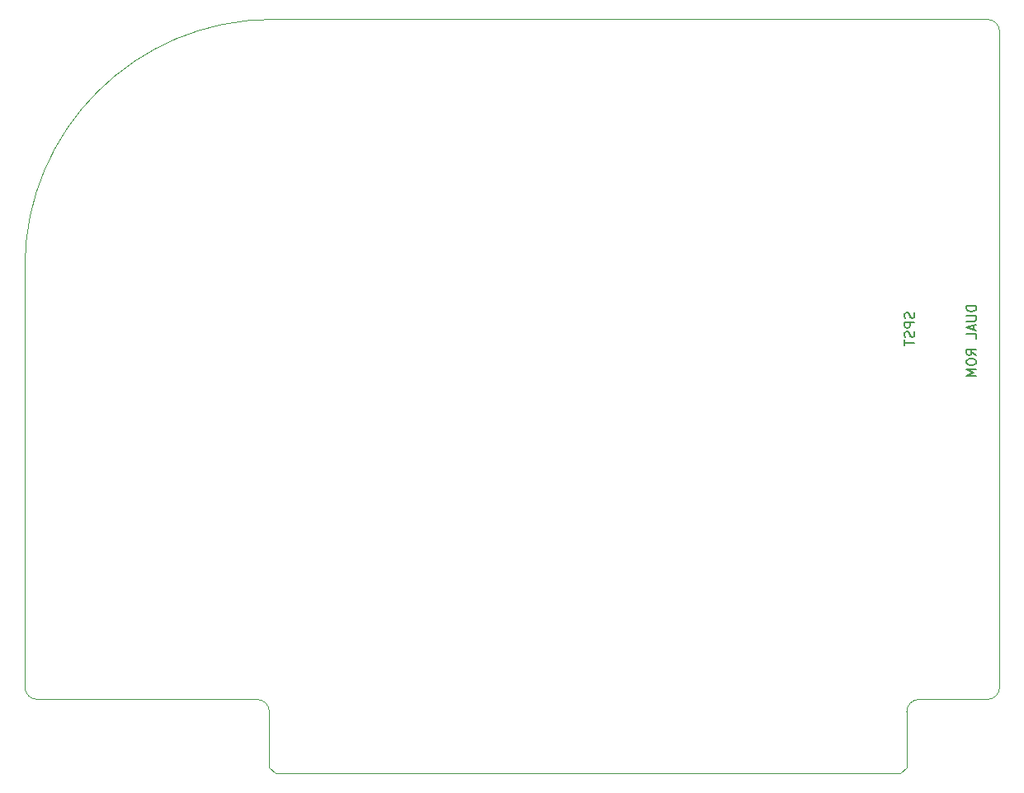
<source format=gbr>
G04 #@! TF.GenerationSoftware,KiCad,Pcbnew,7.0.2-0*
G04 #@! TF.CreationDate,2023-09-02T14:44:00-07:00*
G04 #@! TF.ProjectId,LanguageCard,4c616e67-7561-4676-9543-6172642e6b69,2*
G04 #@! TF.SameCoordinates,Original*
G04 #@! TF.FileFunction,AssemblyDrawing,Bot*
%FSLAX46Y46*%
G04 Gerber Fmt 4.6, Leading zero omitted, Abs format (unit mm)*
G04 Created by KiCad (PCBNEW 7.0.2-0) date 2023-09-02 14:44:00*
%MOMM*%
%LPD*%
G01*
G04 APERTURE LIST*
%ADD10C,0.150000*%
G04 #@! TA.AperFunction,Profile*
%ADD11C,0.100000*%
G04 #@! TD*
G04 APERTURE END LIST*
D10*
X169330000Y-55507143D02*
X169377619Y-55650000D01*
X169377619Y-55650000D02*
X169377619Y-55888095D01*
X169377619Y-55888095D02*
X169330000Y-55983333D01*
X169330000Y-55983333D02*
X169282380Y-56030952D01*
X169282380Y-56030952D02*
X169187142Y-56078571D01*
X169187142Y-56078571D02*
X169091904Y-56078571D01*
X169091904Y-56078571D02*
X168996666Y-56030952D01*
X168996666Y-56030952D02*
X168949047Y-55983333D01*
X168949047Y-55983333D02*
X168901428Y-55888095D01*
X168901428Y-55888095D02*
X168853809Y-55697619D01*
X168853809Y-55697619D02*
X168806190Y-55602381D01*
X168806190Y-55602381D02*
X168758571Y-55554762D01*
X168758571Y-55554762D02*
X168663333Y-55507143D01*
X168663333Y-55507143D02*
X168568095Y-55507143D01*
X168568095Y-55507143D02*
X168472857Y-55554762D01*
X168472857Y-55554762D02*
X168425238Y-55602381D01*
X168425238Y-55602381D02*
X168377619Y-55697619D01*
X168377619Y-55697619D02*
X168377619Y-55935714D01*
X168377619Y-55935714D02*
X168425238Y-56078571D01*
X169377619Y-56507143D02*
X168377619Y-56507143D01*
X168377619Y-56507143D02*
X168377619Y-56888095D01*
X168377619Y-56888095D02*
X168425238Y-56983333D01*
X168425238Y-56983333D02*
X168472857Y-57030952D01*
X168472857Y-57030952D02*
X168568095Y-57078571D01*
X168568095Y-57078571D02*
X168710952Y-57078571D01*
X168710952Y-57078571D02*
X168806190Y-57030952D01*
X168806190Y-57030952D02*
X168853809Y-56983333D01*
X168853809Y-56983333D02*
X168901428Y-56888095D01*
X168901428Y-56888095D02*
X168901428Y-56507143D01*
X169330000Y-57459524D02*
X169377619Y-57602381D01*
X169377619Y-57602381D02*
X169377619Y-57840476D01*
X169377619Y-57840476D02*
X169330000Y-57935714D01*
X169330000Y-57935714D02*
X169282380Y-57983333D01*
X169282380Y-57983333D02*
X169187142Y-58030952D01*
X169187142Y-58030952D02*
X169091904Y-58030952D01*
X169091904Y-58030952D02*
X168996666Y-57983333D01*
X168996666Y-57983333D02*
X168949047Y-57935714D01*
X168949047Y-57935714D02*
X168901428Y-57840476D01*
X168901428Y-57840476D02*
X168853809Y-57650000D01*
X168853809Y-57650000D02*
X168806190Y-57554762D01*
X168806190Y-57554762D02*
X168758571Y-57507143D01*
X168758571Y-57507143D02*
X168663333Y-57459524D01*
X168663333Y-57459524D02*
X168568095Y-57459524D01*
X168568095Y-57459524D02*
X168472857Y-57507143D01*
X168472857Y-57507143D02*
X168425238Y-57554762D01*
X168425238Y-57554762D02*
X168377619Y-57650000D01*
X168377619Y-57650000D02*
X168377619Y-57888095D01*
X168377619Y-57888095D02*
X168425238Y-58030952D01*
X168377619Y-58316667D02*
X168377619Y-58888095D01*
X169377619Y-58602381D02*
X168377619Y-58602381D01*
X175717619Y-54824762D02*
X174717619Y-54824762D01*
X174717619Y-54824762D02*
X174717619Y-55062857D01*
X174717619Y-55062857D02*
X174765238Y-55205714D01*
X174765238Y-55205714D02*
X174860476Y-55300952D01*
X174860476Y-55300952D02*
X174955714Y-55348571D01*
X174955714Y-55348571D02*
X175146190Y-55396190D01*
X175146190Y-55396190D02*
X175289047Y-55396190D01*
X175289047Y-55396190D02*
X175479523Y-55348571D01*
X175479523Y-55348571D02*
X175574761Y-55300952D01*
X175574761Y-55300952D02*
X175670000Y-55205714D01*
X175670000Y-55205714D02*
X175717619Y-55062857D01*
X175717619Y-55062857D02*
X175717619Y-54824762D01*
X174717619Y-55824762D02*
X175527142Y-55824762D01*
X175527142Y-55824762D02*
X175622380Y-55872381D01*
X175622380Y-55872381D02*
X175670000Y-55920000D01*
X175670000Y-55920000D02*
X175717619Y-56015238D01*
X175717619Y-56015238D02*
X175717619Y-56205714D01*
X175717619Y-56205714D02*
X175670000Y-56300952D01*
X175670000Y-56300952D02*
X175622380Y-56348571D01*
X175622380Y-56348571D02*
X175527142Y-56396190D01*
X175527142Y-56396190D02*
X174717619Y-56396190D01*
X175431904Y-56824762D02*
X175431904Y-57300952D01*
X175717619Y-56729524D02*
X174717619Y-57062857D01*
X174717619Y-57062857D02*
X175717619Y-57396190D01*
X175717619Y-58205714D02*
X175717619Y-57729524D01*
X175717619Y-57729524D02*
X174717619Y-57729524D01*
X175717619Y-59872381D02*
X175241428Y-59539048D01*
X175717619Y-59300953D02*
X174717619Y-59300953D01*
X174717619Y-59300953D02*
X174717619Y-59681905D01*
X174717619Y-59681905D02*
X174765238Y-59777143D01*
X174765238Y-59777143D02*
X174812857Y-59824762D01*
X174812857Y-59824762D02*
X174908095Y-59872381D01*
X174908095Y-59872381D02*
X175050952Y-59872381D01*
X175050952Y-59872381D02*
X175146190Y-59824762D01*
X175146190Y-59824762D02*
X175193809Y-59777143D01*
X175193809Y-59777143D02*
X175241428Y-59681905D01*
X175241428Y-59681905D02*
X175241428Y-59300953D01*
X174717619Y-60491429D02*
X174717619Y-60681905D01*
X174717619Y-60681905D02*
X174765238Y-60777143D01*
X174765238Y-60777143D02*
X174860476Y-60872381D01*
X174860476Y-60872381D02*
X175050952Y-60920000D01*
X175050952Y-60920000D02*
X175384285Y-60920000D01*
X175384285Y-60920000D02*
X175574761Y-60872381D01*
X175574761Y-60872381D02*
X175670000Y-60777143D01*
X175670000Y-60777143D02*
X175717619Y-60681905D01*
X175717619Y-60681905D02*
X175717619Y-60491429D01*
X175717619Y-60491429D02*
X175670000Y-60396191D01*
X175670000Y-60396191D02*
X175574761Y-60300953D01*
X175574761Y-60300953D02*
X175384285Y-60253334D01*
X175384285Y-60253334D02*
X175050952Y-60253334D01*
X175050952Y-60253334D02*
X174860476Y-60300953D01*
X174860476Y-60300953D02*
X174765238Y-60396191D01*
X174765238Y-60396191D02*
X174717619Y-60491429D01*
X175717619Y-61348572D02*
X174717619Y-61348572D01*
X174717619Y-61348572D02*
X175431904Y-61681905D01*
X175431904Y-61681905D02*
X174717619Y-62015238D01*
X174717619Y-62015238D02*
X175717619Y-62015238D01*
D11*
X78105000Y-93980000D02*
G75*
G03*
X79375000Y-95250000I1270000J0D01*
G01*
X176847500Y-25400000D02*
X103505000Y-25400000D01*
X103187500Y-102235000D02*
X103822500Y-102870000D01*
X169862500Y-95250000D02*
X176847500Y-95250000D01*
X78105000Y-93980000D02*
X78105000Y-50800000D01*
X103187500Y-96520000D02*
G75*
G03*
X101917500Y-95250000I-1270000J0D01*
G01*
X178117500Y-93980000D02*
X178117500Y-26670000D01*
X103187500Y-96520000D02*
X103187500Y-102235000D01*
X79375000Y-95250000D02*
X101917500Y-95250000D01*
X176847500Y-95250000D02*
G75*
G03*
X178117500Y-93980000I0J1270000D01*
G01*
X178117500Y-26670000D02*
G75*
G03*
X176847500Y-25400000I-1270000J0D01*
G01*
X167957500Y-102870000D02*
X103822500Y-102870000D01*
X168592500Y-96520000D02*
X168592500Y-102235000D01*
X169862500Y-95250000D02*
G75*
G03*
X168592500Y-96520000I0J-1270000D01*
G01*
X168592500Y-102235000D02*
X167957500Y-102870000D01*
X103505000Y-25400000D02*
G75*
G03*
X78105000Y-50800000I0J-25400000D01*
G01*
M02*

</source>
